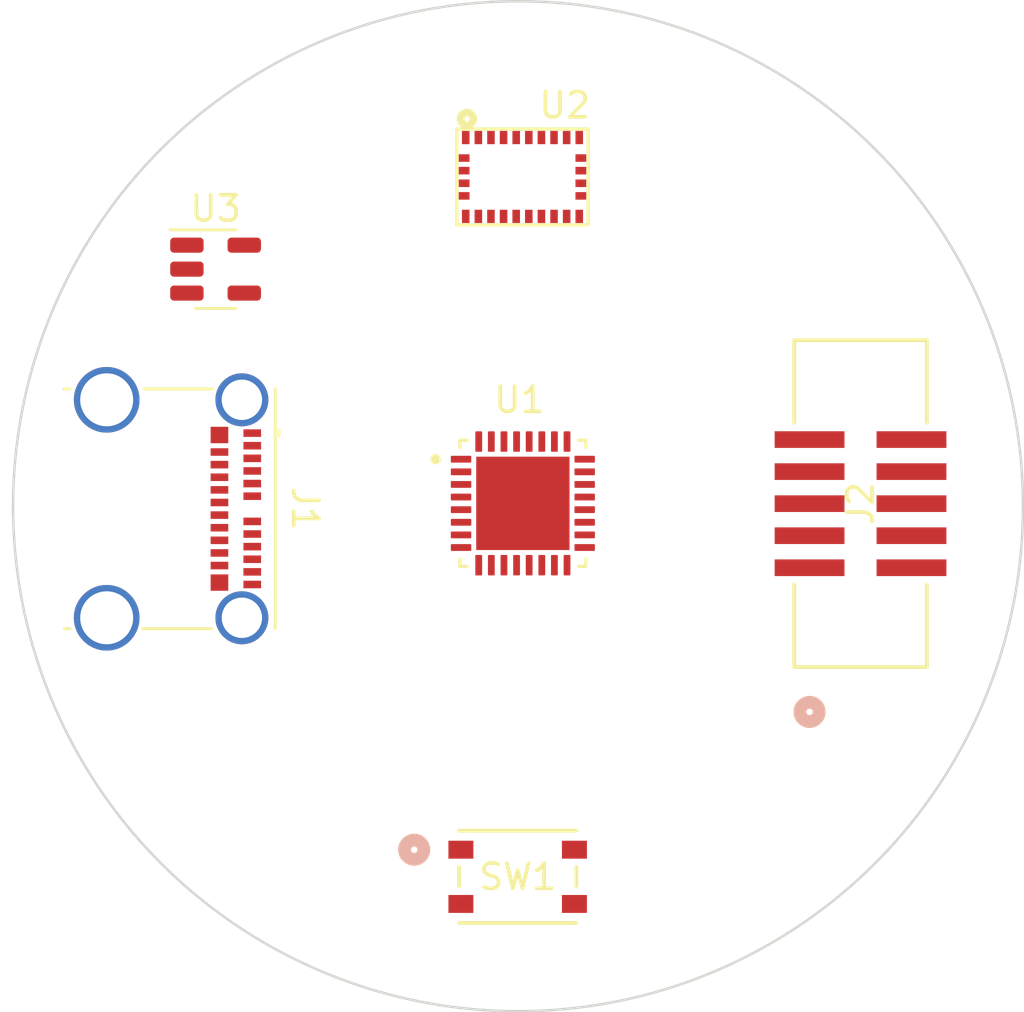
<source format=kicad_pcb>
(kicad_pcb (version 20221018) (generator pcbnew)
  (layers (0 "F.Cu" signal) (31 "B.Cu" signal) (34 "B.Paste" user) (35 "F.Paste" user) (36 "B.SilkS" user "B.Silkscreen") (37 "F.SilkS" user "F.Silkscreen") (38 "B.Mask" user) (39 "F.Mask" user) (44 "Edge.Cuts" user))
  (net 0 "")
  (net 38 "Net-(U1-VDDA-Pad31)")
  (net 40 "Net-(U1-VDD3P3-Pad2)")
  (net 55 "Net-(J1-GND-PadA1)")
  (net 58 "Net-(J1-VBUS-PadA4)")
  (footprint "Package_TO_SOT_SMD:SOT-23-5" (layer "F.Cu") (at 115.6208 61.6712)
    (fp_text reference "U3" (at 0 -2.4) (layer "F.SilkS"))
    (fp_text value "MIC5504-3.3YM5")
    (fp_line (start 0 -1.56) (end -1.8 -1.56) (stroke (width 0.12)) (layer "F.SilkS"))
    (fp_line (start 0 -1.56) (end 0.8 -1.56) (stroke (width 0.12)) (layer "F.SilkS"))
    (fp_line (start 0 1.56) (end -0.8 1.56) (stroke (width 0.12)) (layer "F.SilkS"))
    (fp_line (start 0 1.56) (end 0.8 1.56) (stroke (width 0.12)) (layer "F.SilkS"))
    (pad "1" smd roundrect (at -1.1375 -0.95) (size 1.325 0.6) (layers "F.Cu" "F.Paste" "F.Mask"))
    (pad "2" smd roundrect (at -1.1375 0) (size 1.325 0.6) (layers "F.Cu" "F.Paste" "F.Mask"))
    (pad "3" smd roundrect (at -1.1375 0.95) (size 1.325 0.6) (layers "F.Cu" "F.Paste" "F.Mask"))
    (pad "4" smd roundrect (at 1.1375 0.95) (size 1.325 0.6) (layers "F.Cu" "F.Paste" "F.Mask"))
    (pad "5" smd roundrect (at 1.1375 -0.95) (size 1.325 0.6) (layers "F.Cu" "F.Paste" "F.Mask"))
  )
  (footprint "Connector_USB:USB_C_Receptacle_Molex_105450-0101-L" (layer "F.Cu") (at 113.8588 71.1708 -90)
    (fp_text reference "J1" (at 0 -5.315 -90 unlocked) (layer "F.SilkS"))
    (fp_text value "USB_C_Receptacle")
    (fp_line (start -4.75 -4.125) (end 4.75 -4.125) (stroke (width 0.12)) (layer "F.SilkS"))
    (fp_line (start -4.75 -1.625) (end -4.75 1.075) (stroke (width 0.12)) (layer "F.SilkS"))
    (fp_line (start -4.75 4.235) (end -4.75 4.025) (stroke (width 0.12)) (layer "F.SilkS"))
    (fp_line (start -3.125 -4.275) (end -2.9 -4.275) (stroke (width 0.12)) (layer "F.SilkS"))
    (fp_line (start 4.75 1.125) (end 4.75 -1.6) (stroke (width 0.12)) (layer "F.SilkS"))
    (fp_line (start 4.75 4.225) (end 4.75 4) (stroke (width 0.12)) (layer "F.SilkS"))
    (pad "A1" smd rect (at -3 -3.215 270) (size 0.3 0.7) (layers "F.Cu" "F.Paste" "F.Mask") (net 55 "Net-(J1-GND-PadA1)"))
    (pad "A2" smd rect (at -2.5 -3.215 270) (size 0.3 0.7) (layers "F.Cu" "F.Paste" "F.Mask"))
    (pad "A3" smd rect (at -2 -3.215 270) (size 0.3 0.7) (layers "F.Cu" "F.Paste" "F.Mask"))
    (pad "A4" smd rect (at -1.5 -3.215 270) (size 0.3 0.7) (layers "F.Cu" "F.Paste" "F.Mask") (net 58 "Net-(J1-VBUS-PadA4)"))
    (pad "A5" smd rect (at -1 -3.215 270) (size 0.3 0.7) (layers "F.Cu" "F.Paste" "F.Mask"))
    (pad "A6" smd rect (at -0.5 -3.215 270) (size 0.3 0.7) (layers "F.Cu" "F.Paste" "F.Mask"))
    (pad "A7" smd rect (at 0.5 -3.215 270) (size 0.3 0.7) (layers "F.Cu" "F.Paste" "F.Mask"))
    (pad "A8" smd rect (at 1 -3.215 270) (size 0.3 0.7) (layers "F.Cu" "F.Paste" "F.Mask"))
    (pad "A9" smd rect (at 1.5 -3.215 270) (size 0.3 0.7) (layers "F.Cu" "F.Paste" "F.Mask") (net 58 "Net-(J1-VBUS-PadA4)"))
    (pad "A10" smd rect (at 2 -3.215 270) (size 0.3 0.7) (layers "F.Cu" "F.Paste" "F.Mask"))
    (pad "A11" smd rect (at 2.5 -3.215 270) (size 0.3 0.7) (layers "F.Cu" "F.Paste" "F.Mask"))
    (pad "A12" smd rect (at 3 -3.215 270) (size 0.3 0.7) (layers "F.Cu" "F.Paste" "F.Mask") (net 55 "Net-(J1-GND-PadA1)"))
    (pad "B1" smd rect (at 2.925 -1.915 270) (size 0.65 0.7) (layers "F.Cu" "F.Paste" "F.Mask") (net 55 "Net-(J1-GND-PadA1)"))
    (pad "B2" smd rect (at 2.25 -1.915 270) (size 0.3 0.7) (layers "F.Cu" "F.Paste" "F.Mask"))
    (pad "B3" smd rect (at 1.75 -1.915 270) (size 0.3 0.7) (layers "F.Cu" "F.Paste" "F.Mask"))
    (pad "B4" smd rect (at 1.25 -1.915 270) (size 0.3 0.7) (layers "F.Cu" "F.Paste" "F.Mask") (net 58 "Net-(J1-VBUS-PadA4)"))
    (pad "B5" smd rect (at 0.75 -1.915 270) (size 0.3 0.7) (layers "F.Cu" "F.Paste" "F.Mask"))
    (pad "B6" smd rect (at 0.25 -1.915 270) (size 0.3 0.7) (layers "F.Cu" "F.Paste" "F.Mask"))
    (pad "B7" smd rect (at -0.25 -1.915 270) (size 0.3 0.7) (layers "F.Cu" "F.Paste" "F.Mask"))
    (pad "B8" smd rect (at -0.75 -1.915 270) (size 0.3 0.7) (layers "F.Cu" "F.Paste" "F.Mask"))
    (pad "B9" smd rect (at -1.25 -1.915 270) (size 0.3 0.7) (layers "F.Cu" "F.Paste" "F.Mask") (net 58 "Net-(J1-VBUS-PadA4)"))
    (pad "B10" smd rect (at -1.75 -1.915 270) (size 0.3 0.7) (layers "F.Cu" "F.Paste" "F.Mask"))
    (pad "B11" smd rect (at -2.25 -1.915 270) (size 0.3 0.7) (layers "F.Cu" "F.Paste" "F.Mask"))
    (pad "B12" smd rect (at -2.925 -1.915 270) (size 0.65 0.7) (layers "F.Cu" "F.Paste" "F.Mask") (net 55 "Net-(J1-GND-PadA1)"))
    (pad "S1" thru_hole circle (at -4.32 -2.805 270) (size 2.1 2.1) (drill 1.6) (layers "*.Cu" "*.Mask"))
    (pad "S1" thru_hole circle (at -4.32 2.555 270) (size 2.6 2.6) (drill 2.1) (layers "*.Cu" "*.Mask"))
    (pad "S1" thru_hole circle (at 4.32 -2.805 270) (size 2.1 2.1) (drill 1.6) (layers "*.Cu" "*.Mask"))
    (pad "S1" thru_hole circle (at 4.32 2.555 270) (size 2.6 2.6) (drill 2.1) (layers "*.Cu" "*.Mask"))
  )
  (footprint "ESP32C3:QFN32_5X5MM" (layer "F.Cu") (at 127.8012 70.9556)
    (fp_text reference "U1" (at -0.135 -4.105) (layer "F.SilkS"))
    (fp_text value "ESP32C3")
    (fp_line (start -2.5 -2.5) (end -2.5 -2.205) (stroke (width 0.127)) (layer "F.SilkS"))
    (fp_line (start -2.5 -2.5) (end -2.205 -2.5) (stroke (width 0.127)) (layer "F.SilkS"))
    (fp_line (start -2.5 2.5) (end -2.5 2.205) (stroke (width 0.127)) (layer "F.SilkS"))
    (fp_line (start -2.5 2.5) (end -2.205 2.5) (stroke (width 0.127)) (layer "F.SilkS"))
    (fp_line (start 2.5 -2.5) (end 2.205 -2.5) (stroke (width 0.127)) (layer "F.SilkS"))
    (fp_line (start 2.5 -2.5) (end 2.5 -2.205) (stroke (width 0.127)) (layer "F.SilkS"))
    (fp_line (start 2.5 2.5) (end 2.205 2.5) (stroke (width 0.127)) (layer "F.SilkS"))
    (fp_line (start 2.5 2.5) (end 2.5 2.205) (stroke (width 0.127)) (layer "F.SilkS"))
    (fp_circle (center -3.46 -1.75) (end -3.36 -1.75) (stroke (width 0.2)) (fill none) (layer "F.SilkS"))
    (fp_circle (center -3.46 -1.75) (end -3.36 -1.75) (stroke (width 0.2)) (fill none) (layer "F.SilkS"))
    (pad "1" smd roundrect (at -2.45 -1.75) (size 0.81 0.27) (layers "F.Cu" "F.Paste" "F.Mask") (roundrect_rratio 0.125))
    (pad "2" smd roundrect (at -2.45 -1.25) (size 0.81 0.27) (layers "F.Cu" "F.Paste" "F.Mask") (roundrect_rratio 0.125) (net 40 "Net-(U1-VDD3P3-Pad2)"))
    (pad "3" smd roundrect (at -2.45 -0.75) (size 0.81 0.27) (layers "F.Cu" "F.Paste" "F.Mask") (roundrect_rratio 0.125) (net 40 "Net-(U1-VDD3P3-Pad2)"))
    (pad "4" smd roundrect (at -2.45 -0.25) (size 0.81 0.27) (layers "F.Cu" "F.Paste" "F.Mask") (roundrect_rratio 0.125))
    (pad "5" smd roundrect (at -2.45 0.25) (size 0.81 0.27) (layers "F.Cu" "F.Paste" "F.Mask") (roundrect_rratio 0.125))
    (pad "6" smd roundrect (at -2.45 0.75) (size 0.81 0.27) (layers "F.Cu" "F.Paste" "F.Mask") (roundrect_rratio 0.125))
    (pad "7" smd roundrect (at -2.45 1.25) (size 0.81 0.27) (layers "F.Cu" "F.Paste" "F.Mask") (roundrect_rratio 0.125))
    (pad "8" smd roundrect (at -2.45 1.75) (size 0.81 0.27) (layers "F.Cu" "F.Paste" "F.Mask") (roundrect_rratio 0.125))
    (pad "9" smd roundrect (at -1.75 2.45) (size 0.27 0.81) (layers "F.Cu" "F.Paste" "F.Mask") (roundrect_rratio 0.125))
    (pad "10" smd roundrect (at -1.25 2.45) (size 0.27 0.81) (layers "F.Cu" "F.Paste" "F.Mask") (roundrect_rratio 0.125))
    (pad "11" smd roundrect (at -0.75 2.45) (size 0.27 0.81) (layers "F.Cu" "F.Paste" "F.Mask") (roundrect_rratio 0.125))
    (pad "12" smd roundrect (at -0.25 2.45) (size 0.27 0.81) (layers "F.Cu" "F.Paste" "F.Mask") (roundrect_rratio 0.125))
    (pad "13" smd roundrect (at 0.25 2.45) (size 0.27 0.81) (layers "F.Cu" "F.Paste" "F.Mask") (roundrect_rratio 0.125))
    (pad "14" smd roundrect (at 0.75 2.45) (size 0.27 0.81) (layers "F.Cu" "F.Paste" "F.Mask") (roundrect_rratio 0.125))
    (pad "15" smd roundrect (at 1.25 2.45) (size 0.27 0.81) (layers "F.Cu" "F.Paste" "F.Mask") (roundrect_rratio 0.125))
    (pad "16" smd roundrect (at 1.75 2.45) (size 0.27 0.81) (layers "F.Cu" "F.Paste" "F.Mask") (roundrect_rratio 0.125))
    (pad "17" smd roundrect (at 2.45 1.75) (size 0.81 0.27) (layers "F.Cu" "F.Paste" "F.Mask") (roundrect_rratio 0.125))
    (pad "18" smd roundrect (at 2.45 1.25) (size 0.81 0.27) (layers "F.Cu" "F.Paste" "F.Mask") (roundrect_rratio 0.125))
    (pad "19" smd roundrect (at 2.45 0.75) (size 0.81 0.27) (layers "F.Cu" "F.Paste" "F.Mask") (roundrect_rratio 0.125))
    (pad "20" smd roundrect (at 2.45 0.25) (size 0.81 0.27) (layers "F.Cu" "F.Paste" "F.Mask") (roundrect_rratio 0.125))
    (pad "21" smd roundrect (at 2.45 -0.25) (size 0.81 0.27) (layers "F.Cu" "F.Paste" "F.Mask") (roundrect_rratio 0.125))
    (pad "22" smd roundrect (at 2.45 -0.75) (size 0.81 0.27) (layers "F.Cu" "F.Paste" "F.Mask") (roundrect_rratio 0.125))
    (pad "23" smd roundrect (at 2.45 -1.25) (size 0.81 0.27) (layers "F.Cu" "F.Paste" "F.Mask") (roundrect_rratio 0.125))
    (pad "24" smd roundrect (at 2.45 -1.75) (size 0.81 0.27) (layers "F.Cu" "F.Paste" "F.Mask") (roundrect_rratio 0.125))
    (pad "25" smd roundrect (at 1.75 -2.45) (size 0.27 0.81) (layers "F.Cu" "F.Paste" "F.Mask") (roundrect_rratio 0.125))
    (pad "26" smd roundrect (at 1.25 -2.45) (size 0.27 0.81) (layers "F.Cu" "F.Paste" "F.Mask") (roundrect_rratio 0.125))
    (pad "27" smd roundrect (at 0.75 -2.45) (size 0.27 0.81) (layers "F.Cu" "F.Paste" "F.Mask") (roundrect_rratio 0.125))
    (pad "28" smd roundrect (at 0.25 -2.45) (size 0.27 0.81) (layers "F.Cu" "F.Paste" "F.Mask") (roundrect_rratio 0.125))
    (pad "29" smd roundrect (at -0.25 -2.45) (size 0.27 0.81) (layers "F.Cu" "F.Paste" "F.Mask") (roundrect_rratio 0.125))
    (pad "30" smd roundrect (at -0.75 -2.45) (size 0.27 0.81) (layers "F.Cu" "F.Paste" "F.Mask") (roundrect_rratio 0.125))
    (pad "31" smd roundrect (at -1.25 -2.45) (size 0.27 0.81) (layers "F.Cu" "F.Paste" "F.Mask") (roundrect_rratio 0.125) (net 38 "Net-(U1-VDDA-Pad31)"))
    (pad "32" smd roundrect (at -1.75 -2.45) (size 0.27 0.81) (layers "F.Cu" "F.Paste" "F.Mask") (roundrect_rratio 0.125) (net 38 "Net-(U1-VDDA-Pad31)"))
    (pad "33" smd rect (at 0 0) (size 3.7 3.7) (layers "F.Cu" "F.Mask"))
  )
  (footprint "3221-10-0300-00:CONN10_3221-10-0300-00_CNC" (layer "F.Cu") (at 141.185202 70.9676 90)
    (fp_text reference "J2" (at 0 0 90 unlocked) (layer "F.SilkS"))
    (fp_text value "3221-10-0300-00")
    (fp_circle (center -8.255 -2.02) (end -7.874 -2.02) (stroke (width 0.508)) (fill none) (layer "B.SilkS"))
    (fp_line (start -6.477 -2.6289) (end -6.477 2.6289) (stroke (width 0.1524)) (layer "F.SilkS"))
    (fp_line (start -6.477 2.6289) (end -3.20294 2.6289) (stroke (width 0.1524)) (layer "F.SilkS"))
    (fp_line (start -3.20294 -2.6289) (end -6.477 -2.6289) (stroke (width 0.1524)) (layer "F.SilkS"))
    (fp_line (start 3.20294 2.6289) (end 6.477 2.6289) (stroke (width 0.1524)) (layer "F.SilkS"))
    (fp_line (start 6.477 -2.6289) (end 3.20294 -2.6289) (stroke (width 0.1524)) (layer "F.SilkS"))
    (fp_line (start 6.477 2.6289) (end 6.477 -2.6289) (stroke (width 0.1524)) (layer "F.SilkS"))
    (fp_circle (center -8.255 -2.02) (end -7.874 -2.02) (stroke (width 0.508)) (fill none) (layer "F.SilkS"))
    (pad "1" smd rect (at -2.54 -2.019998 90) (size 0.6604 2.7686) (layers "F.Cu" "F.Paste" "F.Mask"))
    (pad "2" smd rect (at -1.27 -2.019998 90) (size 0.6604 2.7686) (layers "F.Cu" "F.Paste" "F.Mask"))
    (pad "3" smd rect (at 0 -2.019998 90) (size 0.6604 2.7686) (layers "F.Cu" "F.Paste" "F.Mask"))
    (pad "4" smd rect (at 1.27 -2.019998 90) (size 0.6604 2.7686) (layers "F.Cu" "F.Paste" "F.Mask"))
    (pad "5" smd rect (at 2.54 -2.019998 90) (size 0.6604 2.7686) (layers "F.Cu" "F.Paste" "F.Mask"))
    (pad "6" smd rect (at -2.54 2.019998 90) (size 0.6604 2.7686) (layers "F.Cu" "F.Paste" "F.Mask"))
    (pad "7" smd rect (at -1.27 2.019998 90) (size 0.6604 2.7686) (layers "F.Cu" "F.Paste" "F.Mask"))
    (pad "8" smd rect (at 0 2.019998 90) (size 0.6604 2.7686) (layers "F.Cu" "F.Paste" "F.Mask"))
    (pad "9" smd rect (at 1.27 2.019998 90) (size 0.6604 2.7686) (layers "F.Cu" "F.Paste" "F.Mask"))
    (pad "10" smd rect (at 2.54 2.019998 90) (size 0.6604 2.7686) (layers "F.Cu" "F.Paste" "F.Mask"))
  )
  (footprint "PTS815:SW4_PTS815 SJM 250 SMTR LFS_CNK" (layer "F.Cu") (at 127.594799 85.758599)
    (fp_text reference "SW1" (at 0 0 unlocked) (layer "F.SilkS"))
    (fp_text value "PTS815 SJM 250 SMTR LFS")
    (fp_circle (center -4.1021 -1.075) (end -3.7211 -1.075) (stroke (width 0.508)) (fill none) (layer "B.SilkS"))
    (fp_line (start -2.3241 -0.386659) (end -2.3241 0.386659) (stroke (width 0.1524)) (layer "F.SilkS"))
    (fp_line (start -2.3241 1.8288) (end 2.3241 1.8288) (stroke (width 0.1524)) (layer "F.SilkS"))
    (fp_line (start 2.3241 -1.8288) (end -2.3241 -1.8288) (stroke (width 0.1524)) (layer "F.SilkS"))
    (fp_line (start 2.3241 0.386659) (end 2.3241 -0.386659) (stroke (width 0.1524)) (layer "F.SilkS"))
    (fp_circle (center -4.1021 -1.075) (end -3.7211 -1.075) (stroke (width 0.508)) (fill none) (layer "F.SilkS"))
    (pad "1" smd rect (at -2.250001 -1.074999) (size 0.9906 0.7112) (layers "F.Cu" "F.Paste" "F.Mask"))
    (pad "2" smd rect (at 2.250001 -1.074999) (size 0.9906 0.7112) (layers "F.Cu" "F.Paste" "F.Mask"))
    (pad "3" smd rect (at -2.250001 1.074999) (size 0.9906 0.7112) (layers "F.Cu" "F.Paste" "F.Mask"))
    (pad "4" smd rect (at 2.250001 1.074999) (size 0.9906 0.7112) (layers "F.Cu" "F.Paste" "F.Mask"))
  )
  (footprint "BNO055:LGA28R50P4X10_380X520X100" (layer "F.Cu") (at 127.7863 58.0176)
    (fp_text reference "U2" (at 1.67669 -2.83785) (layer "F.SilkS") (effects (font (size 1.001008 1.001008))))
    (fp_text value "BNO055")
    (fp_line (start -2.6 -1.9) (end -2.6 1.9) (stroke (width 0.127)) (layer "F.SilkS"))
    (fp_line (start -2.6 1.9) (end 2.6 1.9) (stroke (width 0.127)) (layer "F.SilkS"))
    (fp_line (start 2.6 -1.9) (end -2.6 -1.9) (stroke (width 0.127)) (layer "F.SilkS"))
    (fp_line (start 2.6 1.9) (end 2.6 -1.9) (stroke (width 0.127)) (layer "F.SilkS"))
    (fp_circle (center -2.2 -2.3) (end -2.1 -2.3) (stroke (width 0.3048)) (fill none) (layer "F.SilkS"))
    (pad "1" smd rect (at -2.25 -1.5625) (size 0.3 0.525) (layers "F.Cu" "F.Paste" "F.Mask"))
    (pad "2" smd rect (at -2.3125 -0.75) (size 0.425 0.3) (layers "F.Cu" "F.Paste" "F.Mask"))
    (pad "3" smd rect (at -2.3125 -0.25) (size 0.425 0.3) (layers "F.Cu" "F.Paste" "F.Mask"))
    (pad "4" smd rect (at -2.3125 0.25) (size 0.425 0.3) (layers "F.Cu" "F.Paste" "F.Mask"))
    (pad "5" smd rect (at -2.3125 0.75) (size 0.425 0.3) (layers "F.Cu" "F.Paste" "F.Mask"))
    (pad "6" smd rect (at -2.25 1.5625) (size 0.3 0.525) (layers "F.Cu" "F.Paste" "F.Mask"))
    (pad "7" smd rect (at -1.75 1.5625) (size 0.3 0.525) (layers "F.Cu" "F.Paste" "F.Mask"))
    (pad "8" smd rect (at -1.25 1.5625) (size 0.3 0.525) (layers "F.Cu" "F.Paste" "F.Mask"))
    (pad "9" smd rect (at -0.75 1.5625) (size 0.3 0.525) (layers "F.Cu" "F.Paste" "F.Mask"))
    (pad "10" smd rect (at -0.25 1.5625) (size 0.3 0.525) (layers "F.Cu" "F.Paste" "F.Mask"))
    (pad "11" smd rect (at 0.25 1.5625) (size 0.3 0.525) (layers "F.Cu" "F.Paste" "F.Mask"))
    (pad "12" smd rect (at 0.75 1.5625) (size 0.3 0.525) (layers "F.Cu" "F.Paste" "F.Mask"))
    (pad "13" smd rect (at 1.25 1.5625) (size 0.3 0.525) (layers "F.Cu" "F.Paste" "F.Mask"))
    (pad "14" smd rect (at 1.75 1.5625) (size 0.3 0.525) (layers "F.Cu" "F.Paste" "F.Mask"))
    (pad "15" smd rect (at 2.25 1.5625) (size 0.3 0.525) (layers "F.Cu" "F.Paste" "F.Mask"))
    (pad "16" smd rect (at 2.3125 0.75) (size 0.425 0.3) (layers "F.Cu" "F.Paste" "F.Mask"))
    (pad "17" smd rect (at 2.3125 0.25) (size 0.425 0.3) (layers "F.Cu" "F.Paste" "F.Mask"))
    (pad "18" smd rect (at 2.3125 -0.25) (size 0.425 0.3) (layers "F.Cu" "F.Paste" "F.Mask"))
    (pad "19" smd rect (at 2.3125 -0.75) (size 0.425 0.3) (layers "F.Cu" "F.Paste" "F.Mask"))
    (pad "20" smd rect (at 2.25 -1.5625) (size 0.3 0.525) (layers "F.Cu" "F.Paste" "F.Mask"))
    (pad "21" smd rect (at 1.75 -1.5625) (size 0.3 0.525) (layers "F.Cu" "F.Paste" "F.Mask"))
    (pad "22" smd rect (at 1.25 -1.5625) (size 0.3 0.525) (layers "F.Cu" "F.Paste" "F.Mask"))
    (pad "23" smd rect (at 0.75 -1.5625) (size 0.3 0.525) (layers "F.Cu" "F.Paste" "F.Mask"))
    (pad "24" smd rect (at 0.25 -1.5625) (size 0.3 0.525) (layers "F.Cu" "F.Paste" "F.Mask"))
    (pad "25" smd rect (at -0.25 -1.5625) (size 0.3 0.525) (layers "F.Cu" "F.Paste" "F.Mask"))
    (pad "26" smd rect (at -0.75 -1.5625) (size 0.3 0.525) (layers "F.Cu" "F.Paste" "F.Mask"))
    (pad "27" smd rect (at -1.25 -1.5625) (size 0.3 0.525) (layers "F.Cu" "F.Paste" "F.Mask"))
    (pad "28" smd rect (at -1.75 -1.5625) (size 0.3 0.525) (layers "F.Cu" "F.Paste" "F.Mask"))
  )
  (gr_circle (center 127.60902 71.0692) (end 147.62422 71.2216) (stroke (width 0.1)) (fill none) (layer "Edge.Cuts"))
)
</source>
